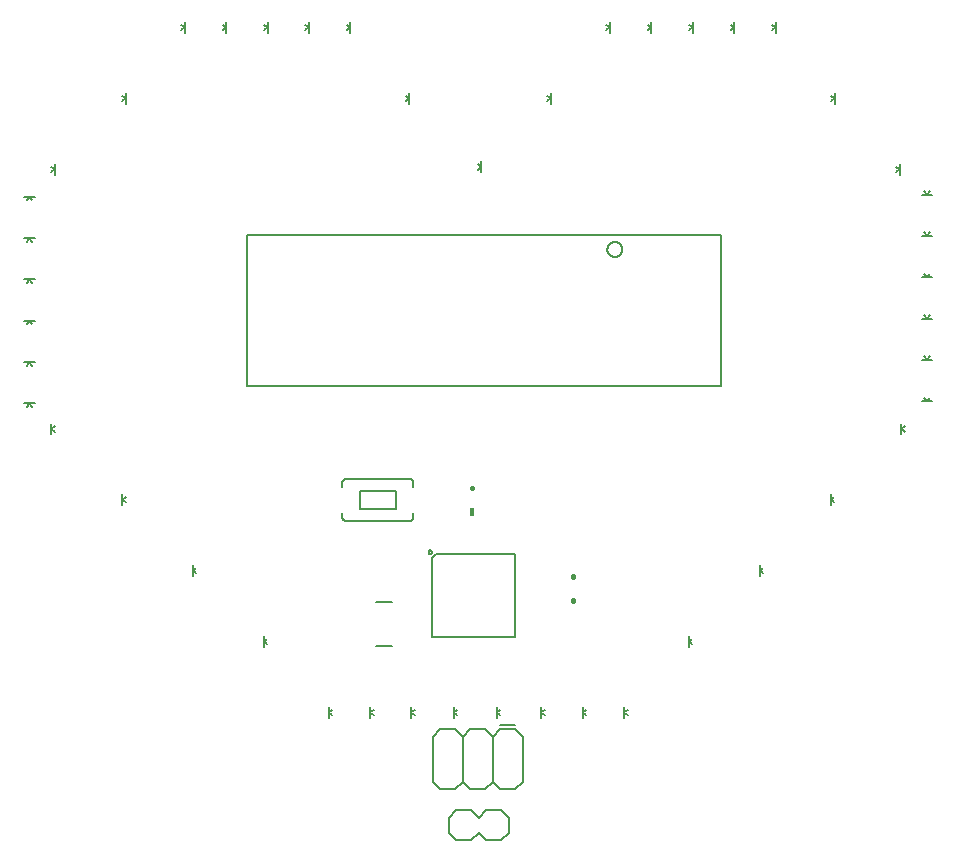
<source format=gto>
G75*
%MOIN*%
%OFA0B0*%
%FSLAX25Y25*%
%IPPOS*%
%LPD*%
%AMOC8*
5,1,8,0,0,1.08239X$1,22.5*
%
%ADD10C,0.00800*%
%ADD11C,0.01500*%
%ADD12R,0.01500X0.03000*%
%ADD13C,0.00500*%
D10*
X0085571Y0073994D02*
X0085571Y0075805D01*
X0086791Y0076726D01*
X0085571Y0077616D02*
X0085571Y0075805D01*
X0085631Y0075705D02*
X0086791Y0074945D01*
X0107224Y0053994D02*
X0107224Y0052183D01*
X0108445Y0053104D01*
X0107224Y0052183D02*
X0107224Y0050372D01*
X0108445Y0051323D02*
X0107285Y0052083D01*
X0121004Y0052183D02*
X0121004Y0050372D01*
X0122224Y0051323D02*
X0121065Y0052083D01*
X0121004Y0052183D02*
X0122224Y0053104D01*
X0121004Y0053994D02*
X0121004Y0052183D01*
X0134783Y0052183D02*
X0134783Y0050372D01*
X0136004Y0051323D02*
X0134844Y0052083D01*
X0134783Y0052183D02*
X0136004Y0053104D01*
X0134783Y0053994D02*
X0134783Y0052183D01*
X0141949Y0044053D02*
X0141949Y0029053D01*
X0144449Y0026553D01*
X0149449Y0026553D01*
X0151949Y0029053D01*
X0151949Y0044053D01*
X0149449Y0046553D01*
X0144449Y0046553D01*
X0141949Y0044053D01*
X0148917Y0050372D02*
X0148917Y0052183D01*
X0150138Y0053104D01*
X0148917Y0053994D02*
X0148917Y0052183D01*
X0148978Y0052083D02*
X0150138Y0051323D01*
X0154449Y0046553D02*
X0151949Y0044053D01*
X0154449Y0046553D02*
X0159449Y0046553D01*
X0161949Y0044053D01*
X0161949Y0029053D01*
X0159449Y0026553D01*
X0154449Y0026553D01*
X0151949Y0029053D01*
X0161949Y0029053D02*
X0164449Y0026553D01*
X0169449Y0026553D01*
X0171949Y0029053D01*
X0171949Y0044053D01*
X0169449Y0046553D01*
X0164449Y0046553D01*
X0161949Y0044053D01*
X0164449Y0047872D02*
X0169449Y0047872D01*
X0164508Y0051323D02*
X0163348Y0052083D01*
X0163287Y0052183D02*
X0164508Y0053104D01*
X0163287Y0053994D02*
X0163287Y0052183D01*
X0163287Y0050372D01*
X0178091Y0050372D02*
X0178091Y0052183D01*
X0179311Y0053104D01*
X0178091Y0053994D02*
X0178091Y0052183D01*
X0178151Y0052083D02*
X0179311Y0051323D01*
X0191870Y0052183D02*
X0191870Y0050372D01*
X0193091Y0051323D02*
X0191931Y0052083D01*
X0191870Y0052183D02*
X0193091Y0053104D01*
X0191870Y0053994D02*
X0191870Y0052183D01*
X0205650Y0052183D02*
X0205650Y0050372D01*
X0206870Y0051323D02*
X0205710Y0052083D01*
X0205650Y0052183D02*
X0206870Y0053104D01*
X0205650Y0053994D02*
X0205650Y0052183D01*
X0227303Y0073994D02*
X0227303Y0075805D01*
X0228524Y0076726D01*
X0227303Y0077616D02*
X0227303Y0075805D01*
X0227364Y0075705D02*
X0228524Y0074945D01*
X0250925Y0097616D02*
X0250925Y0099427D01*
X0252146Y0100348D01*
X0250925Y0101238D02*
X0250925Y0099427D01*
X0250986Y0099327D02*
X0252146Y0098567D01*
X0274547Y0121238D02*
X0274547Y0123049D01*
X0275768Y0123970D01*
X0274547Y0124860D02*
X0274547Y0123049D01*
X0274608Y0122949D02*
X0275768Y0122189D01*
X0298169Y0144860D02*
X0298169Y0146671D01*
X0299390Y0147592D01*
X0298169Y0148482D02*
X0298169Y0146671D01*
X0298230Y0146571D02*
X0299390Y0145811D01*
X0304902Y0155844D02*
X0306713Y0155844D01*
X0305792Y0157065D01*
X0306713Y0155844D02*
X0308524Y0155844D01*
X0307572Y0157065D02*
X0306813Y0155905D01*
X0306713Y0169624D02*
X0305792Y0170844D01*
X0304902Y0169624D02*
X0306713Y0169624D01*
X0308524Y0169624D01*
X0307572Y0170844D02*
X0306813Y0169685D01*
X0306713Y0183404D02*
X0305792Y0184624D01*
X0304902Y0183404D02*
X0306713Y0183404D01*
X0308524Y0183404D01*
X0307572Y0184624D02*
X0306813Y0183464D01*
X0306713Y0197183D02*
X0305792Y0198404D01*
X0304902Y0197183D02*
X0306713Y0197183D01*
X0308524Y0197183D01*
X0307572Y0198404D02*
X0306813Y0197244D01*
X0306713Y0210963D02*
X0305792Y0212183D01*
X0304902Y0210963D02*
X0306713Y0210963D01*
X0308524Y0210963D01*
X0307572Y0212183D02*
X0306813Y0211023D01*
X0306713Y0224742D02*
X0305792Y0225963D01*
X0304902Y0224742D02*
X0306713Y0224742D01*
X0308524Y0224742D01*
X0307572Y0225963D02*
X0306813Y0224803D01*
X0297539Y0231474D02*
X0297539Y0233285D01*
X0296319Y0232365D01*
X0297539Y0233285D02*
X0297539Y0235096D01*
X0296319Y0234145D02*
X0297479Y0233385D01*
X0275886Y0255096D02*
X0275886Y0256907D01*
X0274665Y0255987D01*
X0275886Y0256907D02*
X0275886Y0258719D01*
X0274665Y0257767D02*
X0275825Y0257007D01*
X0256201Y0278719D02*
X0256201Y0280530D01*
X0254980Y0279609D01*
X0256201Y0280530D02*
X0256201Y0282341D01*
X0254980Y0281389D02*
X0256140Y0280630D01*
X0242421Y0280530D02*
X0242421Y0278719D01*
X0241201Y0279609D02*
X0242421Y0280530D01*
X0242421Y0282341D01*
X0241201Y0281389D02*
X0242361Y0280630D01*
X0228642Y0280530D02*
X0228642Y0278719D01*
X0227421Y0279609D02*
X0228642Y0280530D01*
X0228642Y0282341D01*
X0227421Y0281389D02*
X0228581Y0280630D01*
X0214862Y0280530D02*
X0214862Y0278719D01*
X0213642Y0279609D02*
X0214862Y0280530D01*
X0214862Y0282341D01*
X0213642Y0281389D02*
X0214802Y0280630D01*
X0201083Y0280530D02*
X0201083Y0278719D01*
X0199862Y0279609D02*
X0201083Y0280530D01*
X0201083Y0282341D01*
X0199862Y0281389D02*
X0201022Y0280630D01*
X0181398Y0258719D02*
X0181398Y0256907D01*
X0180177Y0255987D01*
X0181398Y0255096D02*
X0181398Y0256907D01*
X0181337Y0257007D02*
X0180177Y0257767D01*
X0158169Y0235884D02*
X0158169Y0234073D01*
X0156949Y0233152D01*
X0158169Y0232262D02*
X0158169Y0234073D01*
X0158109Y0234173D02*
X0156949Y0234933D01*
X0134154Y0255096D02*
X0134154Y0256907D01*
X0132933Y0255987D01*
X0134154Y0256907D02*
X0134154Y0258719D01*
X0132933Y0257767D02*
X0134093Y0257007D01*
X0114469Y0278719D02*
X0114469Y0280530D01*
X0113248Y0279609D01*
X0114469Y0280530D02*
X0114469Y0282341D01*
X0113248Y0281389D02*
X0114408Y0280630D01*
X0100689Y0280530D02*
X0100689Y0278719D01*
X0099469Y0279609D02*
X0100689Y0280530D01*
X0100689Y0282341D01*
X0099469Y0281389D02*
X0100628Y0280630D01*
X0086909Y0280530D02*
X0086909Y0278719D01*
X0085689Y0279609D02*
X0086909Y0280530D01*
X0086909Y0282341D01*
X0085689Y0281389D02*
X0086849Y0280630D01*
X0073130Y0280530D02*
X0073130Y0278719D01*
X0071909Y0279609D02*
X0073130Y0280530D01*
X0073130Y0282341D01*
X0071909Y0281389D02*
X0073069Y0280630D01*
X0059350Y0280530D02*
X0059350Y0278719D01*
X0058130Y0279609D02*
X0059350Y0280530D01*
X0059350Y0282341D01*
X0058130Y0281389D02*
X0059290Y0280630D01*
X0039665Y0258719D02*
X0039665Y0256907D01*
X0038445Y0255987D01*
X0039665Y0255096D02*
X0039665Y0256907D01*
X0039605Y0257007D02*
X0038445Y0257767D01*
X0016043Y0235096D02*
X0016043Y0233285D01*
X0014823Y0232365D01*
X0016043Y0231474D02*
X0016043Y0233285D01*
X0015983Y0233385D02*
X0014823Y0234145D01*
X0009311Y0224112D02*
X0007500Y0224112D01*
X0008420Y0222892D01*
X0007500Y0224112D02*
X0005689Y0224112D01*
X0006640Y0222892D02*
X0007400Y0224052D01*
X0007500Y0210333D02*
X0005689Y0210333D01*
X0006640Y0209112D02*
X0007400Y0210272D01*
X0007500Y0210333D02*
X0008420Y0209112D01*
X0009311Y0210333D02*
X0007500Y0210333D01*
X0007500Y0196553D02*
X0005689Y0196553D01*
X0006640Y0195333D02*
X0007400Y0196493D01*
X0007500Y0196553D02*
X0008420Y0195333D01*
X0009311Y0196553D02*
X0007500Y0196553D01*
X0007500Y0182774D02*
X0005689Y0182774D01*
X0006640Y0181553D02*
X0007400Y0182713D01*
X0007500Y0182774D02*
X0008420Y0181553D01*
X0009311Y0182774D02*
X0007500Y0182774D01*
X0007500Y0168994D02*
X0005689Y0168994D01*
X0006640Y0167774D02*
X0007400Y0168933D01*
X0007500Y0168994D02*
X0008420Y0167774D01*
X0009311Y0168994D02*
X0007500Y0168994D01*
X0007500Y0155215D02*
X0005689Y0155215D01*
X0006640Y0153994D02*
X0007400Y0155154D01*
X0007500Y0155215D02*
X0008420Y0153994D01*
X0009311Y0155215D02*
X0007500Y0155215D01*
X0014705Y0148482D02*
X0014705Y0146671D01*
X0015925Y0147592D01*
X0014705Y0146671D02*
X0014705Y0144860D01*
X0015925Y0145811D02*
X0014765Y0146571D01*
X0038327Y0124860D02*
X0038327Y0123049D01*
X0039547Y0123970D01*
X0038327Y0123049D02*
X0038327Y0121238D01*
X0039547Y0122189D02*
X0038387Y0122949D01*
X0061949Y0101238D02*
X0061949Y0099427D01*
X0063169Y0100348D01*
X0061949Y0099427D02*
X0061949Y0097616D01*
X0063169Y0098567D02*
X0062009Y0099327D01*
X0111831Y0117144D02*
X0111831Y0118719D01*
X0111831Y0117144D02*
X0111833Y0117082D01*
X0111839Y0117021D01*
X0111848Y0116960D01*
X0111862Y0116899D01*
X0111879Y0116840D01*
X0111900Y0116782D01*
X0111925Y0116725D01*
X0111953Y0116670D01*
X0111984Y0116617D01*
X0112019Y0116566D01*
X0112057Y0116517D01*
X0112098Y0116470D01*
X0112141Y0116427D01*
X0112188Y0116386D01*
X0112237Y0116348D01*
X0112288Y0116313D01*
X0112341Y0116282D01*
X0112396Y0116254D01*
X0112453Y0116229D01*
X0112511Y0116208D01*
X0112570Y0116191D01*
X0112631Y0116177D01*
X0112692Y0116168D01*
X0112753Y0116162D01*
X0112815Y0116160D01*
X0112815Y0116159D02*
X0134469Y0116159D01*
X0134469Y0116160D02*
X0134531Y0116162D01*
X0134592Y0116168D01*
X0134653Y0116177D01*
X0134714Y0116191D01*
X0134773Y0116208D01*
X0134831Y0116229D01*
X0134888Y0116254D01*
X0134943Y0116282D01*
X0134996Y0116313D01*
X0135047Y0116348D01*
X0135096Y0116386D01*
X0135143Y0116427D01*
X0135186Y0116470D01*
X0135227Y0116517D01*
X0135265Y0116566D01*
X0135300Y0116617D01*
X0135331Y0116670D01*
X0135359Y0116725D01*
X0135384Y0116782D01*
X0135405Y0116840D01*
X0135422Y0116899D01*
X0135436Y0116960D01*
X0135445Y0117021D01*
X0135451Y0117082D01*
X0135453Y0117144D01*
X0135453Y0118719D01*
X0129547Y0120096D02*
X0129547Y0126002D01*
X0117736Y0126002D01*
X0117736Y0120096D01*
X0129547Y0120096D01*
X0135453Y0127380D02*
X0135453Y0128955D01*
X0135451Y0129017D01*
X0135445Y0129078D01*
X0135436Y0129139D01*
X0135422Y0129200D01*
X0135405Y0129259D01*
X0135384Y0129317D01*
X0135359Y0129374D01*
X0135331Y0129429D01*
X0135300Y0129482D01*
X0135265Y0129533D01*
X0135227Y0129582D01*
X0135186Y0129629D01*
X0135143Y0129672D01*
X0135096Y0129713D01*
X0135047Y0129751D01*
X0134996Y0129786D01*
X0134943Y0129817D01*
X0134888Y0129845D01*
X0134831Y0129870D01*
X0134773Y0129891D01*
X0134714Y0129908D01*
X0134653Y0129922D01*
X0134592Y0129931D01*
X0134531Y0129937D01*
X0134469Y0129939D01*
X0112815Y0129939D01*
X0112753Y0129937D01*
X0112692Y0129931D01*
X0112631Y0129922D01*
X0112570Y0129908D01*
X0112511Y0129891D01*
X0112453Y0129870D01*
X0112396Y0129845D01*
X0112341Y0129817D01*
X0112288Y0129786D01*
X0112237Y0129751D01*
X0112188Y0129713D01*
X0112141Y0129672D01*
X0112098Y0129629D01*
X0112057Y0129582D01*
X0112019Y0129533D01*
X0111984Y0129482D01*
X0111953Y0129429D01*
X0111925Y0129374D01*
X0111900Y0129317D01*
X0111879Y0129259D01*
X0111862Y0129200D01*
X0111848Y0129139D01*
X0111839Y0129078D01*
X0111833Y0129017D01*
X0111831Y0128955D01*
X0111831Y0127380D01*
X0140531Y0105659D02*
X0140533Y0105708D01*
X0140539Y0105756D01*
X0140549Y0105804D01*
X0140563Y0105851D01*
X0140580Y0105897D01*
X0140601Y0105941D01*
X0140626Y0105983D01*
X0140654Y0106023D01*
X0140686Y0106061D01*
X0140720Y0106096D01*
X0140757Y0106128D01*
X0140796Y0106157D01*
X0140838Y0106183D01*
X0140882Y0106205D01*
X0140927Y0106223D01*
X0140974Y0106238D01*
X0141021Y0106249D01*
X0141070Y0106256D01*
X0141119Y0106259D01*
X0141168Y0106258D01*
X0141216Y0106253D01*
X0141265Y0106244D01*
X0141312Y0106231D01*
X0141358Y0106214D01*
X0141402Y0106194D01*
X0141445Y0106170D01*
X0141486Y0106143D01*
X0141524Y0106112D01*
X0141560Y0106079D01*
X0141592Y0106043D01*
X0141622Y0106004D01*
X0141649Y0105963D01*
X0141672Y0105919D01*
X0141691Y0105874D01*
X0141707Y0105828D01*
X0141719Y0105781D01*
X0141727Y0105732D01*
X0141731Y0105683D01*
X0141731Y0105635D01*
X0141727Y0105586D01*
X0141719Y0105537D01*
X0141707Y0105490D01*
X0141691Y0105444D01*
X0141672Y0105399D01*
X0141649Y0105355D01*
X0141622Y0105314D01*
X0141592Y0105275D01*
X0141560Y0105239D01*
X0141524Y0105206D01*
X0141486Y0105175D01*
X0141445Y0105148D01*
X0141402Y0105124D01*
X0141358Y0105104D01*
X0141312Y0105087D01*
X0141265Y0105074D01*
X0141216Y0105065D01*
X0141168Y0105060D01*
X0141119Y0105059D01*
X0141070Y0105062D01*
X0141021Y0105069D01*
X0140974Y0105080D01*
X0140927Y0105095D01*
X0140882Y0105113D01*
X0140838Y0105135D01*
X0140796Y0105161D01*
X0140757Y0105190D01*
X0140720Y0105222D01*
X0140686Y0105257D01*
X0140654Y0105295D01*
X0140626Y0105335D01*
X0140601Y0105377D01*
X0140580Y0105421D01*
X0140563Y0105467D01*
X0140549Y0105514D01*
X0140539Y0105562D01*
X0140533Y0105610D01*
X0140531Y0105659D01*
X0141732Y0103561D02*
X0143130Y0104959D01*
X0169331Y0104959D01*
X0169331Y0077360D01*
X0141732Y0077360D01*
X0141732Y0103561D01*
X0128209Y0089107D02*
X0123091Y0089107D01*
X0123091Y0074344D02*
X0128209Y0074344D01*
X0149764Y0019585D02*
X0147264Y0017085D01*
X0147264Y0012085D01*
X0149764Y0009585D01*
X0154764Y0009585D01*
X0157264Y0012085D01*
X0159764Y0009585D01*
X0164764Y0009585D01*
X0167264Y0012085D01*
X0167264Y0017085D01*
X0164764Y0019585D01*
X0159764Y0019585D01*
X0157264Y0017085D01*
X0154764Y0019585D01*
X0149764Y0019585D01*
D11*
X0188602Y0089475D02*
X0188602Y0089695D01*
X0188602Y0097349D02*
X0188602Y0097569D01*
X0155138Y0126876D02*
X0155138Y0127096D01*
D12*
X0155138Y0119112D03*
D13*
X0079980Y0160844D02*
X0238169Y0160844D01*
X0238169Y0211238D01*
X0079980Y0211238D01*
X0079980Y0160844D01*
X0200138Y0206573D02*
X0200140Y0206672D01*
X0200146Y0206772D01*
X0200156Y0206871D01*
X0200170Y0206969D01*
X0200187Y0207067D01*
X0200209Y0207164D01*
X0200234Y0207260D01*
X0200263Y0207355D01*
X0200296Y0207449D01*
X0200333Y0207541D01*
X0200373Y0207632D01*
X0200417Y0207721D01*
X0200465Y0207809D01*
X0200516Y0207894D01*
X0200570Y0207977D01*
X0200627Y0208059D01*
X0200688Y0208137D01*
X0200752Y0208214D01*
X0200818Y0208287D01*
X0200888Y0208358D01*
X0200960Y0208426D01*
X0201035Y0208492D01*
X0201113Y0208554D01*
X0201193Y0208613D01*
X0201275Y0208669D01*
X0201359Y0208721D01*
X0201446Y0208770D01*
X0201534Y0208816D01*
X0201624Y0208858D01*
X0201716Y0208897D01*
X0201809Y0208932D01*
X0201903Y0208963D01*
X0201999Y0208990D01*
X0202096Y0209013D01*
X0202193Y0209033D01*
X0202291Y0209049D01*
X0202390Y0209061D01*
X0202489Y0209069D01*
X0202588Y0209073D01*
X0202688Y0209073D01*
X0202787Y0209069D01*
X0202886Y0209061D01*
X0202985Y0209049D01*
X0203083Y0209033D01*
X0203180Y0209013D01*
X0203277Y0208990D01*
X0203373Y0208963D01*
X0203467Y0208932D01*
X0203560Y0208897D01*
X0203652Y0208858D01*
X0203742Y0208816D01*
X0203830Y0208770D01*
X0203917Y0208721D01*
X0204001Y0208669D01*
X0204083Y0208613D01*
X0204163Y0208554D01*
X0204241Y0208492D01*
X0204316Y0208426D01*
X0204388Y0208358D01*
X0204458Y0208287D01*
X0204524Y0208214D01*
X0204588Y0208137D01*
X0204649Y0208059D01*
X0204706Y0207977D01*
X0204760Y0207894D01*
X0204811Y0207809D01*
X0204859Y0207721D01*
X0204903Y0207632D01*
X0204943Y0207541D01*
X0204980Y0207449D01*
X0205013Y0207355D01*
X0205042Y0207260D01*
X0205067Y0207164D01*
X0205089Y0207067D01*
X0205106Y0206969D01*
X0205120Y0206871D01*
X0205130Y0206772D01*
X0205136Y0206672D01*
X0205138Y0206573D01*
X0205136Y0206474D01*
X0205130Y0206374D01*
X0205120Y0206275D01*
X0205106Y0206177D01*
X0205089Y0206079D01*
X0205067Y0205982D01*
X0205042Y0205886D01*
X0205013Y0205791D01*
X0204980Y0205697D01*
X0204943Y0205605D01*
X0204903Y0205514D01*
X0204859Y0205425D01*
X0204811Y0205337D01*
X0204760Y0205252D01*
X0204706Y0205169D01*
X0204649Y0205087D01*
X0204588Y0205009D01*
X0204524Y0204932D01*
X0204458Y0204859D01*
X0204388Y0204788D01*
X0204316Y0204720D01*
X0204241Y0204654D01*
X0204163Y0204592D01*
X0204083Y0204533D01*
X0204001Y0204477D01*
X0203917Y0204425D01*
X0203830Y0204376D01*
X0203742Y0204330D01*
X0203652Y0204288D01*
X0203560Y0204249D01*
X0203467Y0204214D01*
X0203373Y0204183D01*
X0203277Y0204156D01*
X0203180Y0204133D01*
X0203083Y0204113D01*
X0202985Y0204097D01*
X0202886Y0204085D01*
X0202787Y0204077D01*
X0202688Y0204073D01*
X0202588Y0204073D01*
X0202489Y0204077D01*
X0202390Y0204085D01*
X0202291Y0204097D01*
X0202193Y0204113D01*
X0202096Y0204133D01*
X0201999Y0204156D01*
X0201903Y0204183D01*
X0201809Y0204214D01*
X0201716Y0204249D01*
X0201624Y0204288D01*
X0201534Y0204330D01*
X0201446Y0204376D01*
X0201359Y0204425D01*
X0201275Y0204477D01*
X0201193Y0204533D01*
X0201113Y0204592D01*
X0201035Y0204654D01*
X0200960Y0204720D01*
X0200888Y0204788D01*
X0200818Y0204859D01*
X0200752Y0204932D01*
X0200688Y0205009D01*
X0200627Y0205087D01*
X0200570Y0205169D01*
X0200516Y0205252D01*
X0200465Y0205337D01*
X0200417Y0205425D01*
X0200373Y0205514D01*
X0200333Y0205605D01*
X0200296Y0205697D01*
X0200263Y0205791D01*
X0200234Y0205886D01*
X0200209Y0205982D01*
X0200187Y0206079D01*
X0200170Y0206177D01*
X0200156Y0206275D01*
X0200146Y0206374D01*
X0200140Y0206474D01*
X0200138Y0206573D01*
M02*

</source>
